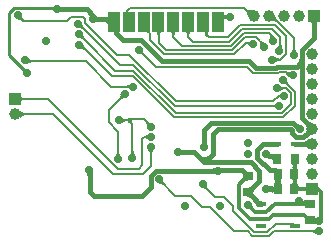
<source format=gbl>
G04*
G04 #@! TF.GenerationSoftware,Altium Limited,Altium Designer,19.0.10 (269)*
G04*
G04 Layer_Physical_Order=2*
G04 Layer_Color=16711680*
%FSLAX44Y44*%
%MOMM*%
G71*
G01*
G75*
%ADD13R,0.8000X0.9000*%
%ADD14R,0.9000X0.8000*%
%ADD18R,0.7000X0.9000*%
%ADD20O,0.9500X0.3800*%
%ADD21R,0.9500X0.3800*%
%ADD30C,0.2032*%
%ADD31C,0.1778*%
%ADD32C,0.3810*%
%ADD34R,1.0000X1.0000*%
%ADD35C,1.0000*%
%ADD36R,1.0000X1.0000*%
%ADD37C,0.7000*%
%ADD38R,1.0000X1.7000*%
%ADD39R,0.6500X0.4000*%
%ADD40C,0.2286*%
%ADD41C,0.3048*%
G36*
X773477Y-3153D02*
X773627Y-3246D01*
X773808Y-3328D01*
X774017Y-3399D01*
X774256Y-3459D01*
X774525Y-3508D01*
X774822Y-3546D01*
X775506Y-3589D01*
X775892Y-3595D01*
Y-7405D01*
X775506Y-7410D01*
X774525Y-7492D01*
X774256Y-7541D01*
X774017Y-7601D01*
X773808Y-7672D01*
X773627Y-7754D01*
X773477Y-7846D01*
X773355Y-7950D01*
Y-3050D01*
X773477Y-3153D01*
D02*
G37*
G36*
X831019Y-6970D02*
X831064Y-7576D01*
X831091Y-7724D01*
X831124Y-7846D01*
X831163Y-7940D01*
X831208Y-8007D01*
X831259Y-8048D01*
X831316Y-8061D01*
X828684D01*
X828741Y-8048D01*
X828792Y-8007D01*
X828837Y-7940D01*
X828876Y-7846D01*
X828909Y-7724D01*
X828936Y-7576D01*
X828957Y-7401D01*
X828981Y-6970D01*
X828984Y-6714D01*
X831016D01*
X831019Y-6970D01*
D02*
G37*
G36*
X914123Y-14185D02*
X913929Y-13963D01*
X913718Y-13764D01*
X913493Y-13589D01*
X913252Y-13437D01*
X912996Y-13308D01*
X912724Y-13203D01*
X912675Y-13189D01*
X912477Y-13270D01*
X912295Y-13382D01*
X912152Y-13514D01*
X912051Y-13666D01*
X911990Y-13839D01*
X911970Y-14032D01*
Y-13045D01*
X911817Y-13028D01*
X911484Y-13016D01*
Y-10984D01*
X911817Y-10972D01*
X911970Y-10955D01*
Y-9968D01*
X911990Y-10161D01*
X912051Y-10334D01*
X912152Y-10486D01*
X912295Y-10618D01*
X912477Y-10730D01*
X912675Y-10811D01*
X912724Y-10797D01*
X912996Y-10692D01*
X913252Y-10563D01*
X913493Y-10411D01*
X913718Y-10236D01*
X913929Y-10037D01*
X914123Y-9815D01*
Y-14185D01*
D02*
G37*
G36*
X802678Y-10503D02*
X798090Y-11349D01*
X798152Y-11236D01*
X798177Y-11104D01*
X798166Y-10954D01*
X798117Y-10786D01*
X798031Y-10599D01*
X797909Y-10394D01*
X797750Y-10170D01*
X797554Y-9927D01*
X797051Y-9388D01*
X800244Y-7193D01*
X802678Y-10503D01*
D02*
G37*
G36*
X932278Y-5802D02*
X932620Y-6029D01*
X932994Y-6209D01*
X933398Y-6343D01*
X933834Y-6431D01*
X934301Y-6473D01*
X934799Y-6468D01*
X935328Y-6418D01*
X935888Y-6321D01*
X936479Y-6178D01*
X932952Y-12224D01*
X932759Y-11493D01*
X931964Y-9110D01*
X931760Y-8650D01*
X931553Y-8245D01*
X931343Y-7893D01*
X931131Y-7596D01*
X930917Y-7354D01*
X931966Y-5529D01*
X932278Y-5802D01*
D02*
G37*
G36*
X814061Y-19607D02*
X814034Y-19323D01*
X813952Y-19011D01*
X813816Y-18672D01*
X813625Y-18306D01*
X813380Y-17912D01*
X813080Y-17491D01*
X812317Y-16565D01*
X811854Y-16062D01*
X811336Y-15531D01*
X813339Y-12145D01*
X813476Y-12268D01*
X813599Y-12348D01*
X813707Y-12386D01*
X813801Y-12381D01*
X813880Y-12333D01*
X813945Y-12243D01*
X813996Y-12110D01*
X814032Y-11934D01*
X814054Y-11715D01*
X814061Y-11454D01*
Y-19607D01*
D02*
G37*
G36*
X831030Y-9858D02*
X831073Y-10163D01*
X831145Y-10465D01*
X831245Y-10764D01*
X831375Y-11060D01*
X831532Y-11354D01*
X831719Y-11645D01*
X831934Y-11933D01*
X832178Y-12218D01*
X832450Y-12500D01*
X827550D01*
X827822Y-12218D01*
X828066Y-11933D01*
X828281Y-11645D01*
X828468Y-11354D01*
X828625Y-11060D01*
X828755Y-10764D01*
X828855Y-10465D01*
X828927Y-10163D01*
X828970Y-9858D01*
X828984Y-9551D01*
X831016D01*
X831030Y-9858D01*
D02*
G37*
G36*
X741513Y-11307D02*
X741507Y-11668D01*
X741527Y-12013D01*
X741575Y-12342D01*
X741650Y-12656D01*
X741752Y-12953D01*
X741882Y-13234D01*
X742038Y-13499D01*
X742223Y-13748D01*
X742434Y-13981D01*
X740826Y-15247D01*
X740606Y-15045D01*
X740365Y-14860D01*
X740104Y-14691D01*
X739823Y-14539D01*
X739522Y-14404D01*
X739201Y-14286D01*
X738859Y-14185D01*
X738498Y-14100D01*
X738116Y-14032D01*
X737714Y-13981D01*
X741547Y-10929D01*
X741513Y-11307D01*
D02*
G37*
G36*
X803478Y-11146D02*
X803629Y-11238D01*
X803809Y-11320D01*
X804019Y-11391D01*
X804258Y-11451D01*
X804526Y-11500D01*
X804824Y-11538D01*
X805508Y-11582D01*
X805893Y-11587D01*
Y-15397D01*
X805508Y-15403D01*
X804526Y-15484D01*
X804258Y-15533D01*
X804019Y-15593D01*
X803809Y-15664D01*
X803629Y-15746D01*
X803478Y-15839D01*
X803357Y-15942D01*
Y-11042D01*
X803478Y-11146D01*
D02*
G37*
G36*
X955521Y-10323D02*
X956399Y-12716D01*
X956613Y-13173D01*
X957034Y-13918D01*
X957241Y-14206D01*
X957445Y-14437D01*
X956460Y-16326D01*
X956146Y-16051D01*
X955803Y-15825D01*
X955431Y-15647D01*
X955030Y-15518D01*
X954600Y-15438D01*
X954140Y-15406D01*
X953652Y-15423D01*
X953134Y-15489D01*
X952588Y-15603D01*
X952012Y-15766D01*
X955295Y-9584D01*
X955521Y-10323D01*
D02*
G37*
G36*
X992048Y-16008D02*
X991724Y-16122D01*
X991439Y-16312D01*
X991191Y-16579D01*
X990981Y-16922D01*
X990810Y-17341D01*
X990676Y-17836D01*
X990581Y-18408D01*
X990524Y-19056D01*
X990505Y-19779D01*
X986695D01*
X986676Y-19056D01*
X986619Y-18408D01*
X986524Y-17836D01*
X986390Y-17341D01*
X986219Y-16922D01*
X986009Y-16579D01*
X985762Y-16312D01*
X985476Y-16122D01*
X985152Y-16008D01*
X984790Y-15970D01*
X992410D01*
X992048Y-16008D01*
D02*
G37*
G36*
X792357Y-17976D02*
X792526Y-18721D01*
X792634Y-19062D01*
X792757Y-19384D01*
X792896Y-19684D01*
X793050Y-19965D01*
X793220Y-20224D01*
X793405Y-20464D01*
X793606Y-20683D01*
X792379Y-22329D01*
X792145Y-22117D01*
X791896Y-21933D01*
X791631Y-21778D01*
X791350Y-21651D01*
X791054Y-21552D01*
X790743Y-21481D01*
X790416Y-21439D01*
X790074Y-21425D01*
X789716Y-21440D01*
X789342Y-21483D01*
X792296Y-17573D01*
X792357Y-17976D01*
D02*
G37*
G36*
X898969Y-24958D02*
X898821Y-25016D01*
X898690Y-25112D01*
X898577Y-25246D01*
X898481Y-25419D01*
X898402Y-25630D01*
X898341Y-25879D01*
X898298Y-26167D01*
X898271Y-26493D01*
X898263Y-26858D01*
X896231D01*
X896222Y-26493D01*
X896196Y-26167D01*
X896152Y-25879D01*
X896091Y-25630D01*
X896013Y-25419D01*
X895917Y-25246D01*
X895803Y-25112D01*
X895673Y-25016D01*
X895524Y-24958D01*
X895359Y-24939D01*
X899135D01*
X898969Y-24958D01*
D02*
G37*
G36*
X883696Y-24960D02*
X883523Y-25022D01*
X883371Y-25125D01*
X883239Y-25269D01*
X883127Y-25455D01*
X883036Y-25682D01*
X882965Y-25950D01*
X882914Y-26259D01*
X882883Y-26610D01*
X882873Y-27002D01*
X880841D01*
X880831Y-26610D01*
X880800Y-26259D01*
X880750Y-25950D01*
X880679Y-25682D01*
X880587Y-25455D01*
X880475Y-25269D01*
X880343Y-25125D01*
X880191Y-25022D01*
X880018Y-24960D01*
X879825Y-24939D01*
X883889D01*
X883696Y-24960D01*
D02*
G37*
G36*
X871125D02*
X870952Y-25022D01*
X870799Y-25125D01*
X870667Y-25269D01*
X870556Y-25455D01*
X870464Y-25682D01*
X870393Y-25950D01*
X870342Y-26259D01*
X870312Y-26610D01*
X870302Y-27002D01*
X868270D01*
X868260Y-26610D01*
X868229Y-26259D01*
X868178Y-25950D01*
X868107Y-25682D01*
X868016Y-25455D01*
X867904Y-25269D01*
X867772Y-25125D01*
X867619Y-25022D01*
X867447Y-24960D01*
X867254Y-24939D01*
X871318D01*
X871125Y-24960D01*
D02*
G37*
G36*
X858696D02*
X858523Y-25022D01*
X858371Y-25125D01*
X858239Y-25269D01*
X858127Y-25455D01*
X858036Y-25682D01*
X857965Y-25950D01*
X857914Y-26259D01*
X857883Y-26610D01*
X857873Y-27002D01*
X855841D01*
X855831Y-26610D01*
X855800Y-26259D01*
X855750Y-25950D01*
X855679Y-25682D01*
X855587Y-25455D01*
X855475Y-25269D01*
X855343Y-25125D01*
X855191Y-25022D01*
X855018Y-24960D01*
X854825Y-24939D01*
X858889D01*
X858696Y-24960D01*
D02*
G37*
G36*
X955463Y-29206D02*
X950959Y-29449D01*
X951140Y-29254D01*
X951276Y-29052D01*
X951366Y-28844D01*
X951409Y-28630D01*
X951407Y-28410D01*
X951359Y-28184D01*
X951264Y-27951D01*
X951124Y-27712D01*
X950938Y-27466D01*
X950706Y-27214D01*
X952663Y-26297D01*
X955463Y-29206D01*
D02*
G37*
G36*
X793014Y-26882D02*
X793050Y-27258D01*
X793107Y-27615D01*
X793186Y-27954D01*
X793286Y-28273D01*
X793407Y-28575D01*
X793549Y-28857D01*
X793713Y-29121D01*
X793898Y-29366D01*
X794105Y-29592D01*
X792697Y-31059D01*
X792469Y-30851D01*
X792222Y-30666D01*
X791958Y-30504D01*
X791675Y-30365D01*
X791375Y-30250D01*
X791056Y-30158D01*
X790720Y-30088D01*
X790366Y-30042D01*
X789994Y-30019D01*
X789603Y-30020D01*
X793000Y-26488D01*
X793014Y-26882D01*
D02*
G37*
G36*
X944196Y-32457D02*
X944432Y-32642D01*
X944688Y-32814D01*
X944966Y-32974D01*
X945266Y-33121D01*
X945586Y-33255D01*
X945927Y-33377D01*
X946673Y-33581D01*
X947078Y-33665D01*
X943012Y-36400D01*
X943074Y-36036D01*
X943104Y-35687D01*
X943104Y-35351D01*
X943074Y-35030D01*
X943013Y-34723D01*
X942921Y-34431D01*
X942799Y-34152D01*
X942646Y-33888D01*
X942463Y-33637D01*
X942249Y-33401D01*
X943981Y-32259D01*
X944196Y-32457D01*
D02*
G37*
G36*
X933754Y-36534D02*
X933612Y-36224D01*
X933449Y-35947D01*
X933266Y-35702D01*
X933062Y-35490D01*
X932839Y-35311D01*
X932594Y-35164D01*
X932329Y-35050D01*
X932044Y-34969D01*
X931739Y-34920D01*
X931413Y-34903D01*
X932304Y-32871D01*
X932569Y-32863D01*
X932849Y-32837D01*
X933144Y-32793D01*
X933778Y-32654D01*
X934117Y-32559D01*
X935223Y-32168D01*
X935621Y-32004D01*
X933754Y-36534D01*
D02*
G37*
G36*
X960887Y-35842D02*
X960896Y-36105D01*
X960921Y-36384D01*
X961022Y-36986D01*
X961098Y-37311D01*
X961301Y-38005D01*
X961572Y-38761D01*
X961732Y-39162D01*
X957225Y-37240D01*
X957535Y-37102D01*
X957812Y-36943D01*
X958056Y-36763D01*
X958268Y-36563D01*
X958448Y-36341D01*
X958594Y-36098D01*
X958708Y-35835D01*
X958790Y-35550D01*
X958839Y-35245D01*
X958855Y-34918D01*
X960887Y-35842D01*
D02*
G37*
G36*
X793000Y-35036D02*
X793249Y-35780D01*
X793388Y-36120D01*
X793692Y-36733D01*
X793858Y-37007D01*
X794033Y-37259D01*
X794217Y-37490D01*
X794410Y-37698D01*
X793377Y-39539D01*
X793138Y-39323D01*
X792887Y-39141D01*
X792624Y-38991D01*
X792349Y-38875D01*
X792061Y-38792D01*
X791760Y-38742D01*
X791448Y-38725D01*
X791122Y-38741D01*
X790785Y-38790D01*
X790435Y-38872D01*
X792889Y-34631D01*
X793000Y-35036D01*
D02*
G37*
G36*
X972530Y-38858D02*
X972573Y-39163D01*
X972645Y-39465D01*
X972745Y-39764D01*
X972875Y-40060D01*
X973032Y-40354D01*
X973219Y-40645D01*
X973434Y-40933D01*
X973678Y-41218D01*
X973950Y-41501D01*
X969050D01*
X969322Y-41218D01*
X969566Y-40933D01*
X969781Y-40645D01*
X969968Y-40354D01*
X970126Y-40060D01*
X970255Y-39764D01*
X970355Y-39465D01*
X970427Y-39163D01*
X970470Y-38858D01*
X970484Y-38551D01*
X972516D01*
X972530Y-38858D01*
D02*
G37*
G36*
X843504Y-39938D02*
X843532Y-40311D01*
X843583Y-40667D01*
X843656Y-41004D01*
X843752Y-41323D01*
X843869Y-41624D01*
X844010Y-41907D01*
X844172Y-42171D01*
X844357Y-42417D01*
X844565Y-42645D01*
X843123Y-44077D01*
X842896Y-43870D01*
X842650Y-43685D01*
X842386Y-43522D01*
X842104Y-43381D01*
X841803Y-43262D01*
X841483Y-43165D01*
X841146Y-43091D01*
X840790Y-43038D01*
X840415Y-43008D01*
X840023Y-43000D01*
X843498Y-39546D01*
X843504Y-39938D01*
D02*
G37*
G36*
X955756Y-45792D02*
X956044Y-46034D01*
X956335Y-46247D01*
X956629Y-46432D01*
X956924Y-46588D01*
X957222Y-46716D01*
X957522Y-46816D01*
X957824Y-46887D01*
X958128Y-46930D01*
X958435Y-46944D01*
X958459Y-48976D01*
X958151Y-48990D01*
X957846Y-49034D01*
X957545Y-49106D01*
X957246Y-49207D01*
X956951Y-49337D01*
X956659Y-49496D01*
X956371Y-49684D01*
X956086Y-49901D01*
X955804Y-50146D01*
X955526Y-50421D01*
X955469Y-45521D01*
X955756Y-45792D01*
D02*
G37*
G36*
X747273Y-47174D02*
X747467Y-47449D01*
X747678Y-47691D01*
X747904Y-47902D01*
X748147Y-48080D01*
X748405Y-48225D01*
X748680Y-48338D01*
X748970Y-48419D01*
X749276Y-48468D01*
X749598Y-48484D01*
X748960Y-50516D01*
X748679Y-50526D01*
X748388Y-50558D01*
X748087Y-50610D01*
X747776Y-50683D01*
X747455Y-50778D01*
X746781Y-51028D01*
X746429Y-51185D01*
X745694Y-51562D01*
X747094Y-46866D01*
X747273Y-47174D01*
D02*
G37*
G36*
X980500Y-48905D02*
X976690Y-57314D01*
X976673Y-56608D01*
X976620Y-56012D01*
X976533Y-55528D01*
X976410Y-55155D01*
X976253Y-54894D01*
X976061Y-54743D01*
X975834Y-54703D01*
X975571Y-54775D01*
X975274Y-54958D01*
X974942Y-55252D01*
X973996Y-50810D01*
X974508Y-50260D01*
X974966Y-49688D01*
X975370Y-49093D01*
X975720Y-48476D01*
X976016Y-47837D01*
X976259Y-47175D01*
X976448Y-46491D01*
X976582Y-45785D01*
X976663Y-45057D01*
X976690Y-44306D01*
X980500Y-48905D01*
D02*
G37*
G36*
X742578Y-54812D02*
X742829Y-55007D01*
X743093Y-55178D01*
X743371Y-55327D01*
X743662Y-55452D01*
X743967Y-55553D01*
X744285Y-55631D01*
X744617Y-55686D01*
X744963Y-55718D01*
X745322Y-55725D01*
X741857Y-59190D01*
X741849Y-58831D01*
X741818Y-58485D01*
X741763Y-58154D01*
X741685Y-57835D01*
X741583Y-57530D01*
X741458Y-57239D01*
X741310Y-56961D01*
X741138Y-56697D01*
X740943Y-56446D01*
X740725Y-56210D01*
X742341Y-54593D01*
X742578Y-54812D01*
D02*
G37*
G36*
X965871Y-58412D02*
X966119Y-58595D01*
X966366Y-58734D01*
X966612Y-58828D01*
X966858Y-58879D01*
X967104Y-58885D01*
X967349Y-58848D01*
X967593Y-58767D01*
X967837Y-58642D01*
X968081Y-58472D01*
X967264Y-63059D01*
X967134Y-62860D01*
X966781Y-62393D01*
X966304Y-61830D01*
X964570Y-60007D01*
X965623Y-58186D01*
X965871Y-58412D01*
D02*
G37*
G36*
X965532Y-65082D02*
X965677Y-65824D01*
X965775Y-66165D01*
X965891Y-66486D01*
X966024Y-66788D01*
X966175Y-67069D01*
X966343Y-67330D01*
X966528Y-67572D01*
X966731Y-67793D01*
X965447Y-69383D01*
X965215Y-69172D01*
X964966Y-68988D01*
X964701Y-68831D01*
X964420Y-68700D01*
X964122Y-68596D01*
X963808Y-68519D01*
X963478Y-68469D01*
X963131Y-68445D01*
X962768Y-68448D01*
X962389Y-68478D01*
X965485Y-64681D01*
X965532Y-65082D01*
D02*
G37*
G36*
X832989Y-73439D02*
X832708Y-73165D01*
X832424Y-72921D01*
X832138Y-72705D01*
X831848Y-72518D01*
X831555Y-72360D01*
X831259Y-72230D01*
X830960Y-72129D01*
X830658Y-72057D01*
X830354Y-72014D01*
X830046Y-72000D01*
X830056Y-69968D01*
X830363Y-69954D01*
X830667Y-69911D01*
X830969Y-69839D01*
X831269Y-69739D01*
X831566Y-69611D01*
X831860Y-69453D01*
X832152Y-69268D01*
X832441Y-69053D01*
X832728Y-68810D01*
X833012Y-68539D01*
X832989Y-73439D01*
D02*
G37*
G36*
X959780Y-70322D02*
X960065Y-70566D01*
X960353Y-70781D01*
X960644Y-70968D01*
X960938Y-71125D01*
X961234Y-71254D01*
X961533Y-71355D01*
X961835Y-71427D01*
X962140Y-71469D01*
X962447Y-71484D01*
Y-73516D01*
X962140Y-73530D01*
X961835Y-73573D01*
X961533Y-73645D01*
X961234Y-73745D01*
X960938Y-73874D01*
X960644Y-74032D01*
X960353Y-74219D01*
X960065Y-74434D01*
X959780Y-74677D01*
X959498Y-74950D01*
Y-70050D01*
X959780Y-70322D01*
D02*
G37*
G36*
X959702Y-80176D02*
X959679Y-80145D01*
X959635Y-80118D01*
X959568Y-80094D01*
X959480Y-80073D01*
X959370Y-80056D01*
X959084Y-80030D01*
X958710Y-80017D01*
X958490Y-80016D01*
Y-77984D01*
X958710Y-77982D01*
X959480Y-77926D01*
X959568Y-77906D01*
X959635Y-77881D01*
X959679Y-77854D01*
X959702Y-77824D01*
Y-80176D01*
D02*
G37*
G36*
X828319Y-80485D02*
X827918Y-80532D01*
X827175Y-80676D01*
X826834Y-80775D01*
X826513Y-80891D01*
X826212Y-81024D01*
X825930Y-81175D01*
X825669Y-81343D01*
X825427Y-81528D01*
X825206Y-81731D01*
X823616Y-80447D01*
X823827Y-80214D01*
X824012Y-79966D01*
X824169Y-79700D01*
X824300Y-79419D01*
X824404Y-79121D01*
X824481Y-78807D01*
X824531Y-78477D01*
X824555Y-78130D01*
X824551Y-77768D01*
X824522Y-77388D01*
X828319Y-80485D01*
D02*
G37*
G36*
X740460Y-79662D02*
X740521Y-79835D01*
X740625Y-79987D01*
X740769Y-80119D01*
X740955Y-80231D01*
X741181Y-80323D01*
X741450Y-80394D01*
X741759Y-80444D01*
X742110Y-80475D01*
X742502Y-80485D01*
Y-82517D01*
X742110Y-82527D01*
X741759Y-82558D01*
X741450Y-82608D01*
X741181Y-82680D01*
X740955Y-82771D01*
X740769Y-82883D01*
X740625Y-83015D01*
X740521Y-83167D01*
X740460Y-83340D01*
X740439Y-83533D01*
Y-79469D01*
X740460Y-79662D01*
D02*
G37*
G36*
X739552Y-91173D02*
X740483Y-91968D01*
X740931Y-92291D01*
X741369Y-92564D01*
X741796Y-92788D01*
X742213Y-92962D01*
X742618Y-93086D01*
X743012Y-93160D01*
X743396Y-93185D01*
Y-95217D01*
X743012Y-95242D01*
X742618Y-95316D01*
X742213Y-95441D01*
X741796Y-95615D01*
X741369Y-95838D01*
X740931Y-96111D01*
X740483Y-96434D01*
X740023Y-96807D01*
X739071Y-97701D01*
Y-90701D01*
X739552Y-91173D01*
D02*
G37*
G36*
X835098Y-99629D02*
X834726Y-99643D01*
X834424Y-99686D01*
X834191Y-99758D01*
X834027Y-99859D01*
X833933Y-99988D01*
X833908Y-100146D01*
X833952Y-100333D01*
X834066Y-100548D01*
X834250Y-100793D01*
X834502Y-101066D01*
X832049Y-101486D01*
X831301Y-100769D01*
X830930Y-100451D01*
X830782Y-100340D01*
X830659Y-100262D01*
X830562Y-100215D01*
X830490Y-100201D01*
X830444Y-100218D01*
X830613Y-98613D01*
X835098Y-99629D01*
D02*
G37*
G36*
X825782Y-97323D02*
X826067Y-97566D01*
X826355Y-97781D01*
X826646Y-97968D01*
X826940Y-98125D01*
X827236Y-98255D01*
X827535Y-98355D01*
X827837Y-98427D01*
X828142Y-98470D01*
X828449Y-98484D01*
Y-100516D01*
X828142Y-100530D01*
X827837Y-100573D01*
X827535Y-100645D01*
X827236Y-100745D01*
X826940Y-100875D01*
X826646Y-101032D01*
X826355Y-101219D01*
X826067Y-101434D01*
X825782Y-101678D01*
X825499Y-101950D01*
Y-97050D01*
X825782Y-97323D01*
D02*
G37*
G36*
X847593Y-100636D02*
X847839Y-100821D01*
X848103Y-100983D01*
X848385Y-101124D01*
X848686Y-101242D01*
X849005Y-101338D01*
X849343Y-101412D01*
X849698Y-101464D01*
X850073Y-101493D01*
X850465Y-101500D01*
X847000Y-104965D01*
X846993Y-104573D01*
X846964Y-104199D01*
X846912Y-103843D01*
X846838Y-103505D01*
X846742Y-103186D01*
X846624Y-102885D01*
X846483Y-102603D01*
X846321Y-102339D01*
X846136Y-102093D01*
X845928Y-101865D01*
X847365Y-100428D01*
X847593Y-100636D01*
D02*
G37*
G36*
X983915Y-100087D02*
X984277Y-100390D01*
X984649Y-100662D01*
X985031Y-100905D01*
X985422Y-101117D01*
X985823Y-101299D01*
X986234Y-101451D01*
X986655Y-101573D01*
X987085Y-101666D01*
X987526Y-101728D01*
X982039Y-106075D01*
X982074Y-105643D01*
X982067Y-105219D01*
X982019Y-104802D01*
X981930Y-104394D01*
X981799Y-103994D01*
X981628Y-103601D01*
X981415Y-103217D01*
X981161Y-102840D01*
X980866Y-102471D01*
X980530Y-102111D01*
X983563Y-99755D01*
X983915Y-100087D01*
D02*
G37*
G36*
X848000Y-115950D02*
X847718Y-115677D01*
X847433Y-115434D01*
X847145Y-115219D01*
X846854Y-115032D01*
X846560Y-114874D01*
X846264Y-114745D01*
X845965Y-114645D01*
X845663Y-114573D01*
X845358Y-114530D01*
X845051Y-114516D01*
Y-112484D01*
X845358Y-112470D01*
X845663Y-112427D01*
X845965Y-112355D01*
X846264Y-112255D01*
X846560Y-112126D01*
X846854Y-111968D01*
X847145Y-111781D01*
X847433Y-111566D01*
X847718Y-111322D01*
X848000Y-111050D01*
Y-115950D01*
D02*
G37*
G36*
X897409Y-117349D02*
X897490Y-118331D01*
X897540Y-118599D01*
X897599Y-118838D01*
X897670Y-119048D01*
X897752Y-119228D01*
X897845Y-119379D01*
X897948Y-119500D01*
X893048D01*
X893152Y-119379D01*
X893244Y-119228D01*
X893326Y-119048D01*
X893397Y-118838D01*
X893457Y-118599D01*
X893506Y-118331D01*
X893544Y-118033D01*
X893588Y-117349D01*
X893593Y-116964D01*
X897403D01*
X897409Y-117349D01*
D02*
G37*
G36*
X975258Y-117443D02*
X975372Y-117454D01*
X975829Y-117472D01*
X979029Y-117495D01*
Y-121305D01*
X975219Y-121369D01*
Y-117430D01*
X975258Y-117443D01*
D02*
G37*
G36*
X953781Y-121369D02*
X953742Y-121357D01*
X953628Y-121346D01*
X953171Y-121328D01*
X949970Y-121305D01*
Y-117495D01*
X953781Y-117430D01*
Y-121369D01*
D02*
G37*
G36*
X983429Y-122900D02*
X983107Y-122597D01*
X982767Y-122326D01*
X982408Y-122086D01*
X982030Y-121879D01*
X981635Y-121704D01*
X981220Y-121560D01*
X980787Y-121449D01*
X980336Y-121369D01*
X979866Y-121321D01*
X979377Y-121305D01*
Y-117495D01*
X979866Y-117479D01*
X980336Y-117431D01*
X980787Y-117351D01*
X981220Y-117240D01*
X981635Y-117096D01*
X982030Y-116921D01*
X982408Y-116713D01*
X982767Y-116474D01*
X983107Y-116203D01*
X983429Y-115900D01*
Y-122900D01*
D02*
G37*
G36*
X852458Y-124782D02*
X852215Y-125067D01*
X852000Y-125355D01*
X851813Y-125646D01*
X851656Y-125940D01*
X851526Y-126236D01*
X851426Y-126535D01*
X851354Y-126837D01*
X851311Y-127142D01*
X851297Y-127449D01*
X849265D01*
X849251Y-127142D01*
X849208Y-126837D01*
X849136Y-126535D01*
X849036Y-126236D01*
X848906Y-125940D01*
X848749Y-125646D01*
X848562Y-125355D01*
X848347Y-125067D01*
X848103Y-124782D01*
X847831Y-124500D01*
X852731D01*
X852458Y-124782D01*
D02*
G37*
G36*
X835738Y-125858D02*
X835781Y-126163D01*
X835853Y-126465D01*
X835953Y-126764D01*
X836082Y-127060D01*
X836240Y-127354D01*
X836426Y-127645D01*
X836641Y-127933D01*
X836885Y-128218D01*
X837157Y-128500D01*
X832257D01*
X832530Y-128218D01*
X832774Y-127933D01*
X832989Y-127645D01*
X833175Y-127354D01*
X833333Y-127060D01*
X833462Y-126764D01*
X833562Y-126465D01*
X833634Y-126163D01*
X833677Y-125858D01*
X833691Y-125551D01*
X835723D01*
X835738Y-125858D01*
D02*
G37*
G36*
X875621Y-124153D02*
X875772Y-124246D01*
X875952Y-124328D01*
X876162Y-124399D01*
X876401Y-124459D01*
X876669Y-124508D01*
X876967Y-124546D01*
X877650Y-124590D01*
X878036Y-124595D01*
Y-128405D01*
X877650Y-128411D01*
X876669Y-128492D01*
X876401Y-128541D01*
X876162Y-128601D01*
X875952Y-128672D01*
X875772Y-128754D01*
X875621Y-128847D01*
X875499Y-128950D01*
Y-124050D01*
X875621Y-124153D01*
D02*
G37*
G36*
X823530Y-126958D02*
X823573Y-127263D01*
X823645Y-127565D01*
X823745Y-127864D01*
X823875Y-128160D01*
X824032Y-128454D01*
X824219Y-128745D01*
X824434Y-129033D01*
X824678Y-129318D01*
X824950Y-129600D01*
X820050D01*
X820322Y-129318D01*
X820566Y-129033D01*
X820781Y-128745D01*
X820968Y-128454D01*
X821125Y-128160D01*
X821255Y-127864D01*
X821355Y-127565D01*
X821427Y-127263D01*
X821470Y-126958D01*
X821484Y-126651D01*
X823516D01*
X823530Y-126958D01*
D02*
G37*
G36*
X902701Y-130309D02*
X902228Y-130821D01*
X901884Y-131279D01*
X901670Y-131683D01*
X901587Y-132033D01*
X901633Y-132330D01*
X901810Y-132572D01*
X902117Y-132761D01*
X902554Y-132895D01*
X903120Y-132976D01*
X903817Y-133003D01*
X895408Y-134908D01*
X892714Y-129520D01*
X893253Y-130005D01*
X893792Y-130382D01*
X894331Y-130652D01*
X894870Y-130813D01*
X895408Y-130867D01*
X895947Y-130813D01*
X896486Y-130652D01*
X897025Y-130382D01*
X897564Y-130005D01*
X898102Y-129520D01*
X902701Y-130309D01*
D02*
G37*
G36*
X950959Y-127331D02*
X951048Y-127452D01*
X951174Y-127558D01*
X951338Y-127650D01*
X951538Y-127729D01*
X951776Y-127792D01*
X951929Y-127820D01*
X953385Y-127730D01*
X953494Y-127683D01*
X953531Y-127631D01*
X953561Y-133438D01*
X953523Y-133111D01*
X953412Y-132818D01*
X953228Y-132560D01*
X952971Y-132336D01*
X952642Y-132146D01*
X952240Y-131991D01*
X951765Y-131871D01*
X951217Y-131785D01*
X950597Y-131733D01*
X949903Y-131716D01*
Y-131465D01*
X948548Y-131339D01*
X949903Y-128959D01*
Y-127906D01*
X950504Y-127903D01*
X950907Y-127197D01*
X950959Y-127331D01*
D02*
G37*
G36*
X974758Y-136570D02*
X974499Y-136662D01*
X974271Y-136816D01*
X974073Y-137032D01*
X973905Y-137309D01*
X973768Y-137647D01*
X973661Y-138048D01*
X973620Y-138300D01*
X973661Y-138553D01*
X973768Y-138953D01*
X973905Y-139291D01*
X974073Y-139568D01*
X974271Y-139784D01*
X974499Y-139938D01*
X974758Y-140030D01*
X975048Y-140061D01*
X968952D01*
X969241Y-140030D01*
X969501Y-139938D01*
X969729Y-139784D01*
X969927Y-139568D01*
X970095Y-139291D01*
X970232Y-138953D01*
X970339Y-138553D01*
X970380Y-138300D01*
X970339Y-138048D01*
X970232Y-137647D01*
X970095Y-137309D01*
X969927Y-137032D01*
X969729Y-136816D01*
X969501Y-136662D01*
X969241Y-136570D01*
X968952Y-136539D01*
X975048D01*
X974758Y-136570D01*
D02*
G37*
G36*
X909738Y-139290D02*
X909883Y-139354D01*
X910058Y-139410D01*
X910264Y-139459D01*
X910500Y-139501D01*
X911066Y-139561D01*
X911753Y-139591D01*
X912143Y-139595D01*
X912806Y-143405D01*
X912421Y-143412D01*
X911744Y-143465D01*
X911450Y-143511D01*
X911187Y-143571D01*
X910954Y-143644D01*
X910751Y-143730D01*
X910578Y-143829D01*
X910436Y-143942D01*
X910324Y-144068D01*
X909624Y-139218D01*
X909738Y-139290D01*
D02*
G37*
G36*
X905001Y-144450D02*
X904879Y-144346D01*
X904728Y-144254D01*
X904548Y-144172D01*
X904338Y-144101D01*
X904099Y-144041D01*
X903831Y-143992D01*
X903533Y-143954D01*
X902850Y-143911D01*
X902464Y-143905D01*
Y-140095D01*
X902850Y-140090D01*
X903831Y-140008D01*
X904099Y-139959D01*
X904338Y-139899D01*
X904548Y-139828D01*
X904728Y-139746D01*
X904879Y-139654D01*
X905001Y-139550D01*
Y-144450D01*
D02*
G37*
G36*
X953531Y-140030D02*
X953561Y-144559D01*
X953533Y-144417D01*
X953452Y-144290D01*
X953317Y-144177D01*
X953129Y-144080D01*
X952887Y-143997D01*
X952592Y-143930D01*
X952243Y-143877D01*
X951841Y-143840D01*
X950876Y-143810D01*
Y-140000D01*
X953531Y-140030D01*
D02*
G37*
G36*
X800710Y-143738D02*
X800646Y-143883D01*
X800590Y-144058D01*
X800541Y-144264D01*
X800499Y-144501D01*
X800439Y-145065D01*
X800409Y-145753D01*
X800405Y-146143D01*
X796595Y-146806D01*
X796588Y-146421D01*
X796535Y-145744D01*
X796489Y-145450D01*
X796429Y-145187D01*
X796356Y-144954D01*
X796270Y-144751D01*
X796171Y-144579D01*
X796058Y-144436D01*
X795932Y-144324D01*
X800782Y-143624D01*
X800710Y-143738D01*
D02*
G37*
G36*
X932841Y-150439D02*
X932573Y-150303D01*
X932246Y-150269D01*
X931858Y-150339D01*
X931409Y-150511D01*
X930901Y-150786D01*
X930332Y-151164D01*
X929703Y-151644D01*
X928263Y-152914D01*
X927453Y-153702D01*
X925875Y-150969D01*
X926504Y-150319D01*
X927488Y-149165D01*
X927844Y-148661D01*
X928108Y-148206D01*
X928281Y-147799D01*
X928363Y-147441D01*
X928353Y-147132D01*
X928253Y-146871D01*
X928061Y-146659D01*
X932841Y-150439D01*
D02*
G37*
G36*
X974758Y-148970D02*
X974499Y-149062D01*
X974271Y-149216D01*
X974073Y-149432D01*
X973905Y-149709D01*
X973768Y-150047D01*
X973661Y-150448D01*
X973585Y-150909D01*
X973577Y-151000D01*
X973585Y-151091D01*
X973661Y-151552D01*
X973768Y-151953D01*
X973905Y-152291D01*
X974073Y-152568D01*
X974271Y-152784D01*
X974499Y-152938D01*
X974758Y-153030D01*
X975048Y-153061D01*
X968952D01*
X969241Y-153030D01*
X969501Y-152938D01*
X969729Y-152784D01*
X969927Y-152568D01*
X970095Y-152291D01*
X970232Y-151953D01*
X970339Y-151552D01*
X970415Y-151091D01*
X970423Y-151000D01*
X970415Y-150909D01*
X970339Y-150448D01*
X970232Y-150047D01*
X970095Y-149709D01*
X969927Y-149432D01*
X969729Y-149216D01*
X969501Y-149062D01*
X969241Y-148970D01*
X968952Y-148939D01*
X975048D01*
X974758Y-148970D01*
D02*
G37*
G36*
X960948Y-148977D02*
X960624Y-149093D01*
X960338Y-149285D01*
X960091Y-149553D01*
X959881Y-149899D01*
X959710Y-150322D01*
X959576Y-150821D01*
X959547Y-151000D01*
X959576Y-151179D01*
X959710Y-151678D01*
X959881Y-152101D01*
X960091Y-152446D01*
X960338Y-152715D01*
X960624Y-152907D01*
X960948Y-153022D01*
X961310Y-153061D01*
X953690D01*
X954052Y-153022D01*
X954376Y-152907D01*
X954661Y-152715D01*
X954909Y-152446D01*
X955119Y-152101D01*
X955290Y-151678D01*
X955424Y-151179D01*
X955453Y-151000D01*
X955424Y-150821D01*
X955290Y-150322D01*
X955119Y-149899D01*
X954909Y-149553D01*
X954661Y-149285D01*
X954376Y-149093D01*
X954052Y-148977D01*
X953690Y-148939D01*
X961310D01*
X960948Y-148977D01*
D02*
G37*
G36*
X860506Y-149961D02*
X860533Y-150363D01*
X860581Y-150742D01*
X860650Y-151099D01*
X860741Y-151432D01*
X860852Y-151742D01*
X860984Y-152028D01*
X861138Y-152292D01*
X861312Y-152533D01*
X861507Y-152750D01*
X860250Y-154007D01*
X860033Y-153812D01*
X859792Y-153638D01*
X859528Y-153484D01*
X859241Y-153352D01*
X858932Y-153241D01*
X858598Y-153151D01*
X858242Y-153081D01*
X857863Y-153033D01*
X857461Y-153006D01*
X857035Y-153000D01*
X860500Y-149535D01*
X860506Y-149961D01*
D02*
G37*
G36*
X953561Y-161310D02*
X953523Y-160948D01*
X953407Y-160624D01*
X953215Y-160338D01*
X952946Y-160091D01*
X952601Y-159881D01*
X952178Y-159710D01*
X951679Y-159576D01*
X951431Y-159535D01*
X951399Y-159541D01*
X951160Y-159601D01*
X950950Y-159672D01*
X950770Y-159754D01*
X950619Y-159846D01*
X950498Y-159950D01*
Y-159428D01*
X950450Y-159424D01*
X949721Y-159405D01*
Y-155595D01*
X950450Y-155576D01*
X950498Y-155571D01*
Y-155050D01*
X950619Y-155153D01*
X950770Y-155246D01*
X950950Y-155328D01*
X951160Y-155399D01*
X951399Y-155458D01*
X951431Y-155464D01*
X951679Y-155423D01*
X952178Y-155290D01*
X952601Y-155118D01*
X952946Y-154909D01*
X953215Y-154661D01*
X953407Y-154375D01*
X953523Y-154052D01*
X953561Y-153690D01*
Y-161310D01*
D02*
G37*
G36*
X939664Y-156031D02*
X938887Y-156834D01*
X937671Y-158265D01*
X937233Y-158892D01*
X936907Y-159461D01*
X936813Y-159686D01*
X936939Y-159581D01*
X936779Y-159766D01*
X936694Y-159970D01*
X936594Y-160420D01*
X936603Y-160704D01*
X936661Y-160958D01*
X936731Y-161145D01*
X936970Y-161419D01*
X936776Y-161258D01*
X936892Y-161532D01*
X937221Y-162101D01*
X937663Y-162729D01*
X938217Y-163416D01*
X939435Y-164724D01*
X939767Y-165046D01*
X941405Y-166471D01*
X942140Y-167020D01*
X942820Y-167460D01*
X943444Y-167791D01*
X944012Y-168013D01*
X944524Y-168125D01*
X944981Y-168129D01*
X945382Y-168024D01*
X939289Y-170629D01*
X939232Y-170449D01*
X939124Y-170232D01*
X938967Y-169978D01*
X938759Y-169686D01*
X938194Y-168991D01*
X937427Y-168147D01*
X936465Y-167160D01*
X935708Y-166429D01*
X934333Y-165267D01*
X933720Y-164840D01*
X933156Y-164516D01*
X932642Y-164295D01*
X932178Y-164177D01*
X931763Y-164162D01*
X931397Y-164249D01*
X931081Y-164439D01*
X935847Y-160487D01*
X931081Y-156531D01*
X931400Y-156723D01*
X931768Y-156814D01*
X932185Y-156801D01*
X932650Y-156686D01*
X933164Y-156468D01*
X933728Y-156147D01*
X934340Y-155724D01*
X935001Y-155197D01*
X935711Y-154568D01*
X936469Y-153836D01*
X939664Y-156031D01*
D02*
G37*
G36*
X897455Y-154251D02*
X897452Y-154642D01*
X897474Y-155012D01*
X897522Y-155360D01*
X897594Y-155688D01*
X897693Y-155995D01*
X897816Y-156281D01*
X897965Y-156545D01*
X898139Y-156789D01*
X898338Y-157012D01*
X896968Y-158155D01*
X896757Y-157965D01*
X896521Y-157791D01*
X896260Y-157634D01*
X895973Y-157493D01*
X895662Y-157368D01*
X895326Y-157259D01*
X894965Y-157167D01*
X894578Y-157092D01*
X893730Y-156990D01*
X897484Y-153839D01*
X897455Y-154251D01*
D02*
G37*
G36*
X982061Y-160548D02*
X982030Y-160258D01*
X981938Y-159999D01*
X981784Y-159771D01*
X981568Y-159573D01*
X981291Y-159405D01*
X980953Y-159268D01*
X980553Y-159161D01*
X980091Y-159085D01*
X979567Y-159039D01*
X978982Y-159024D01*
Y-155976D01*
X979567Y-155961D01*
X980091Y-155915D01*
X980553Y-155839D01*
X980953Y-155732D01*
X981291Y-155595D01*
X981568Y-155427D01*
X981784Y-155229D01*
X981938Y-155001D01*
X982030Y-154741D01*
X982061Y-154452D01*
Y-160548D01*
D02*
G37*
G36*
X980561Y-168257D02*
X980642Y-168280D01*
X980942Y-168333D01*
X981277Y-168365D01*
X981647Y-168376D01*
X980561Y-169335D01*
Y-172948D01*
X980530Y-172658D01*
X980438Y-172399D01*
X980284Y-172171D01*
X980068Y-171973D01*
X979791Y-171805D01*
X979453Y-171668D01*
X979053Y-171561D01*
X978633Y-171492D01*
X977707Y-171548D01*
X977494Y-171593D01*
X977342Y-171645D01*
X977250Y-171704D01*
X977219Y-171770D01*
Y-171321D01*
X977006Y-171298D01*
X977219Y-170960D01*
Y-168030D01*
X977250Y-168096D01*
X977342Y-168155D01*
X977494Y-168207D01*
X977707Y-168252D01*
X977981Y-168290D01*
X978464Y-168326D01*
X978591Y-168315D01*
X978924Y-168260D01*
X979522Y-167313D01*
X979577Y-167515D01*
X979668Y-167696D01*
X979793Y-167855D01*
X979887Y-167937D01*
X980068Y-167827D01*
X980284Y-167629D01*
X980438Y-167401D01*
X980530Y-167142D01*
X980561Y-166852D01*
Y-168257D01*
D02*
G37*
G36*
X967781Y-171770D02*
X967750Y-171704D01*
X967659Y-171645D01*
X967506Y-171593D01*
X967293Y-171548D01*
X967019Y-171510D01*
X966287Y-171455D01*
X964733Y-171424D01*
Y-168376D01*
X965312Y-168372D01*
X967293Y-168252D01*
X967506Y-168207D01*
X967659Y-168155D01*
X967750Y-168096D01*
X967781Y-168030D01*
Y-171770D01*
D02*
G37*
G36*
X936010Y-171294D02*
X936047Y-171554D01*
X936111Y-171814D01*
X936200Y-172073D01*
X936316Y-172333D01*
X936458Y-172593D01*
X936627Y-172854D01*
X936822Y-173114D01*
X937043Y-173375D01*
X937290Y-173635D01*
X935135Y-175791D01*
X934875Y-175543D01*
X934614Y-175322D01*
X934354Y-175127D01*
X934093Y-174958D01*
X933833Y-174816D01*
X933573Y-174700D01*
X933314Y-174611D01*
X933054Y-174547D01*
X932794Y-174510D01*
X932535Y-174500D01*
X936000Y-171035D01*
X936010Y-171294D01*
D02*
G37*
G36*
X976177Y-177784D02*
X976329Y-177824D01*
X976535Y-177860D01*
X976794Y-177891D01*
X977896Y-177955D01*
X979482Y-177976D01*
Y-181024D01*
X978900Y-181026D01*
X976329Y-181176D01*
X976177Y-181216D01*
X976079Y-181261D01*
Y-177739D01*
X976177Y-177784D01*
D02*
G37*
G36*
X968921Y-181261D02*
X968823Y-181216D01*
X968671Y-181176D01*
X968465Y-181140D01*
X968206Y-181109D01*
X967104Y-181045D01*
X965518Y-181024D01*
Y-177976D01*
X966100Y-177974D01*
X968671Y-177824D01*
X968823Y-177784D01*
X968921Y-177739D01*
Y-181261D01*
D02*
G37*
G36*
X995809Y-180312D02*
X995813Y-180681D01*
X995906Y-181949D01*
X995948Y-182215D01*
X996057Y-182686D01*
X996123Y-182890D01*
X996197Y-183075D01*
X991639Y-181276D01*
X991852Y-181167D01*
X992043Y-181029D01*
X992211Y-180863D01*
X992357Y-180669D01*
X992480Y-180447D01*
X992581Y-180196D01*
X992660Y-179917D01*
X992716Y-179609D01*
X992750Y-179273D01*
X992761Y-178908D01*
X995809Y-180312D01*
D02*
G37*
G36*
X989471Y-182161D02*
X989565Y-182420D01*
X989719Y-182648D01*
X989838Y-182757D01*
X989866Y-182737D01*
X990056Y-182562D01*
X990225Y-182367D01*
X990308Y-183053D01*
X990551Y-183151D01*
X990951Y-183258D01*
X991412Y-183334D01*
X991934Y-183380D01*
X992517Y-183395D01*
Y-186443D01*
X991938Y-186458D01*
X991420Y-186504D01*
X990963Y-186580D01*
X990741Y-186640D01*
X990812Y-187232D01*
X990606Y-187082D01*
X990384Y-186948D01*
X990188Y-186851D01*
X989957Y-186993D01*
X989744Y-187191D01*
X989592Y-187420D01*
X989500Y-187680D01*
X989470Y-187969D01*
X989463Y-186603D01*
X989323Y-186569D01*
X989015Y-186514D01*
X988690Y-186475D01*
X987989Y-186443D01*
X987579Y-183395D01*
X987940Y-183385D01*
X988279Y-183354D01*
X988597Y-183302D01*
X988893Y-183230D01*
X989168Y-183138D01*
X989422Y-183025D01*
X989445Y-183012D01*
X989439Y-181871D01*
X989471Y-182161D01*
D02*
G37*
G36*
X968984Y-186120D02*
X971129Y-186252D01*
X971417Y-186332D01*
X971491Y-186429D01*
X971351Y-186544D01*
X970998Y-186676D01*
X970431Y-186826D01*
X969650Y-186994D01*
X967798Y-188784D01*
X967950Y-188614D01*
X968034Y-188462D01*
X968052Y-188328D01*
X968003Y-188211D01*
X967886Y-188113D01*
X967703Y-188032D01*
X967452Y-187970D01*
X967135Y-187925D01*
X966750Y-187898D01*
X966299Y-187889D01*
X967841Y-186111D01*
X968984Y-186120D01*
D02*
G37*
G36*
X990500Y-195950D02*
X990195Y-195653D01*
X989891Y-195388D01*
X989589Y-195154D01*
X989288Y-194951D01*
X988989Y-194779D01*
X988691Y-194639D01*
X988395Y-194529D01*
X988100Y-194451D01*
X987807Y-194405D01*
X987515Y-194389D01*
Y-192611D01*
X987807Y-192595D01*
X988100Y-192549D01*
X988395Y-192470D01*
X988691Y-192361D01*
X988989Y-192221D01*
X989288Y-192049D01*
X989589Y-191846D01*
X989891Y-191612D01*
X990195Y-191347D01*
X990500Y-191050D01*
Y-195950D01*
D02*
G37*
D13*
X971500Y-157500D02*
D03*
X957500D02*
D03*
X971500Y-144500D02*
D03*
X957500D02*
D03*
D14*
X932500Y-146500D02*
D03*
Y-160500D02*
D03*
X985000Y-184000D02*
D03*
Y-170000D02*
D03*
D18*
X972000Y-132100D02*
D03*
X957000D02*
D03*
D20*
X943900Y-188900D02*
D03*
Y-169900D02*
D03*
X972500Y-188900D02*
D03*
Y-179500D02*
D03*
D21*
Y-169900D02*
D03*
D30*
X870498Y-87500D02*
X958498D01*
X835498Y-52500D02*
X870498Y-87500D01*
X821374Y-43984D02*
X831977D01*
X823987Y-52500D02*
X835498D01*
X820275Y-57296D02*
X835299D01*
X817275Y-62000D02*
X835008D01*
X841516Y-68508D01*
X831977Y-43984D02*
X871493Y-83500D01*
X835299Y-57296D02*
X871519Y-93516D01*
X841516Y-68508D02*
X870056Y-97048D01*
X841516Y-68508D02*
Y-68508D01*
X790775Y-35500D02*
X817275Y-62000D01*
X850281Y-137781D02*
Y-122000D01*
Y-137781D02*
X850500Y-138000D01*
X738074Y-11058D02*
X742016Y-15000D01*
X738074Y-11058D02*
Y-10500D01*
X964326Y-58326D02*
X967224Y-61224D01*
X958689Y-58326D02*
X964326D01*
X957689Y-59326D02*
X958689Y-58326D01*
X962000Y-65000D02*
X962501D01*
X830000Y-6714D02*
X832714Y-4000D01*
X830000Y-15000D02*
Y-6714D01*
X832714Y-4000D02*
X929000D01*
X936000Y-11000D01*
X937800D01*
X794841Y-17451D02*
Y-13809D01*
Y-17451D02*
X821374Y-43984D01*
X788825Y-18021D02*
X789508D01*
X788788D02*
X788825D01*
X788766Y-18000D02*
X788788Y-18021D01*
X793016Y-11984D02*
X794841Y-13809D01*
X925841Y-18516D02*
X954949D01*
X930137Y-29205D02*
X939490D01*
X946440Y-36156D01*
Y-37106D02*
Y-36156D01*
X964514Y-42992D02*
Y-28081D01*
X959546Y-47960D02*
X964514Y-42992D01*
X953038Y-47960D02*
X959546D01*
X952998Y-48000D02*
X953038Y-47960D01*
X915357Y-29000D02*
X925841Y-18516D01*
X957855Y-40002D02*
X959871Y-37986D01*
X927304Y-22048D02*
X952900D01*
X916352Y-33000D02*
X927304Y-22048D01*
X917815Y-36532D02*
X928767Y-25580D01*
X950509D01*
X919278Y-40064D02*
X930137Y-29205D01*
X936998Y-35221D02*
Y-34942D01*
X937940Y-34000D01*
X937828Y-33887D02*
X937940Y-34000D01*
X930450Y-33887D02*
X937828D01*
X954949Y-18516D02*
X964514Y-28081D01*
X952900Y-22048D02*
X959871Y-29019D01*
X950509Y-25580D02*
X954355Y-29426D01*
X931669Y-53921D02*
X937074Y-59326D01*
X957689D01*
X958353Y-40500D02*
X958498D01*
X957855Y-40002D02*
X958353Y-40500D01*
X839998Y-39515D02*
Y-39500D01*
Y-39515D02*
X854404Y-53921D01*
X907000Y-13484D02*
X909984Y-10500D01*
X907000Y-20500D02*
Y-13484D01*
X911484Y-12000D02*
X916857D01*
X909984Y-10500D02*
X911484Y-12000D01*
X920741Y-43596D02*
X930450Y-33887D01*
X861458Y-43596D02*
X920741D01*
X869286Y-29156D02*
X876662Y-36532D01*
X856857Y-34000D02*
Y-20643D01*
X844643Y-20500D02*
X848127Y-23984D01*
X885857Y-33000D02*
X916352D01*
X862921Y-40064D02*
X919278D01*
X869286Y-29156D02*
Y-20500D01*
X844143D02*
X844643D01*
X876662Y-36532D02*
X917815D01*
X953355Y-30426D02*
X954355Y-29426D01*
X856857Y-34000D02*
X862921Y-40064D01*
X848127Y-24484D02*
Y-23984D01*
X899389Y-29000D02*
X915357D01*
X856714Y-20500D02*
X856857Y-20643D01*
X953355Y-32000D02*
Y-30426D01*
X894428Y-20500D02*
X897247Y-23318D01*
X848127Y-24484D02*
X849198Y-25555D01*
X897247Y-26858D02*
Y-23318D01*
X959871Y-37986D02*
Y-29019D01*
X881857Y-29000D02*
Y-20500D01*
X849198Y-31336D02*
X861458Y-43596D01*
X897247Y-26858D02*
X899389Y-29000D01*
X849198Y-31336D02*
Y-25555D01*
X881857Y-29000D02*
X885857Y-33000D01*
X843000Y-137500D02*
Y-115000D01*
X840000Y-140500D02*
X843000Y-137500D01*
X822392Y-140500D02*
X840000D01*
X844500Y-113500D02*
X850500D01*
X843000Y-115000D02*
X844500Y-113500D01*
X763393Y-81501D02*
X822392Y-140500D01*
X843342Y-145158D02*
X850500Y-138000D01*
X818158Y-145158D02*
X843342D01*
X767201Y-94201D02*
X818158Y-145158D01*
X735500Y-94201D02*
X767201D01*
X735500Y-81501D02*
X763393D01*
X782516Y-11984D02*
X793016D01*
X779500Y-15000D02*
X782516Y-11984D01*
X742016Y-15000D02*
X779500D01*
X789508Y-18021D02*
X823987Y-52500D01*
X789498Y-35500D02*
X790775D01*
X789500Y-26521D02*
X789596D01*
X743775Y-48500D02*
X743998D01*
X742775Y-49500D02*
X743775Y-48500D01*
X795016Y-32037D02*
X820275Y-57296D01*
X795016Y-32037D02*
Y-31941D01*
X789596Y-26521D02*
X795016Y-31941D01*
X971500Y-44000D02*
Y-29929D01*
X952571Y-11000D02*
X971500Y-29929D01*
X814484Y-91016D02*
X828500Y-77000D01*
X822500Y-132100D02*
Y-108913D01*
X814484Y-100898D02*
X822500Y-108913D01*
X825508Y-70984D02*
X835484D01*
X835500Y-71000D01*
X825492D02*
X825508Y-70984D01*
X816500Y-71000D02*
X825492D01*
X828000Y-77000D02*
X828500D01*
X967224Y-61224D02*
X970244D01*
X953990Y-83500D02*
X958490Y-79000D01*
X871493Y-83500D02*
X953990D01*
X958490Y-79000D02*
X962998D01*
X960990Y-93516D02*
X969014Y-85492D01*
Y-76508D01*
X871519Y-93516D02*
X960990D01*
X965006Y-72500D02*
X969014Y-76508D01*
X956998Y-72500D02*
X965006D01*
X870056Y-97048D02*
X962453D01*
X972546Y-86955D01*
Y-75045D01*
X962501Y-65000D02*
X972546Y-75045D01*
X814484Y-100898D02*
Y-91016D01*
X742775Y-49500D02*
X795000D01*
X816500Y-71000D01*
X835000Y-70500D02*
X835500Y-71000D01*
X823000Y-99500D02*
X829725D01*
X830613Y-98613D01*
X844113D01*
X834707Y-131000D02*
Y-102707D01*
X830613Y-98613D02*
X834707Y-102707D01*
X844113Y-98613D02*
X850500Y-105000D01*
X950500Y-11000D02*
X952571D01*
X854404Y-53921D02*
X931669D01*
D31*
X893593Y-173092D02*
X900000D01*
X884000Y-163500D02*
X893593Y-173092D01*
X871000Y-163500D02*
X884000D01*
X857000Y-149500D02*
X871000Y-163500D01*
X894000Y-153930D02*
X904541Y-164471D01*
X894000Y-153930D02*
Y-153500D01*
X932131Y-193339D02*
X936299Y-197507D01*
X920247Y-193339D02*
X932131D01*
X900000Y-173092D02*
X920247Y-193339D01*
X954322Y-193500D02*
X993000D01*
X950315Y-197507D02*
X954322Y-193500D01*
X936299Y-197507D02*
X950315D01*
X948957Y-194229D02*
X956186Y-187000D01*
X937657Y-194229D02*
X948957D01*
X919721Y-176293D02*
X937657Y-194229D01*
X919721Y-176293D02*
Y-171858D01*
X904541Y-164471D02*
X912334D01*
X970600Y-187000D02*
X972500Y-188900D01*
X956186Y-187000D02*
X970600D01*
X912334Y-164471D02*
X919721Y-171858D01*
D32*
X770856Y-5500D02*
X795857D01*
X988600Y-29713D02*
Y-11000D01*
X978595Y-39718D02*
X988600Y-29713D01*
X938905Y-54905D02*
X955858D01*
X933500Y-49500D02*
X938905Y-54905D01*
X955858D02*
X956858Y-53905D01*
X800857Y-13492D02*
Y-11500D01*
Y-13492D02*
X811992D01*
X820643Y-25643D02*
Y-21500D01*
Y-25643D02*
X826500Y-31500D01*
X956858Y-53905D02*
X973595D01*
X859764Y-49500D02*
X933500D01*
X841764Y-31500D02*
X859764Y-49500D01*
X826500Y-31500D02*
X841764D01*
X795857Y-5500D02*
X801357Y-11000D01*
X811992Y-13492D02*
X819000Y-20500D01*
X832500Y-21286D02*
X832714Y-21500D01*
X800857Y-11500D02*
X801357Y-11000D01*
X927000Y-141500D02*
X932000Y-146500D01*
X935095Y-163095D02*
X941055Y-169055D01*
X935095Y-157905D02*
X942000Y-151000D01*
X935095Y-163095D02*
Y-162595D01*
Y-158405D02*
Y-157905D01*
X933000Y-160500D02*
X935095Y-158405D01*
X933000Y-160500D02*
X935095Y-162595D01*
X932500Y-160500D02*
X933000D01*
X798500Y-159785D02*
Y-142000D01*
X798000Y-141500D02*
X798500Y-142000D01*
Y-159785D02*
X802215Y-163500D01*
X842500D01*
X850095Y-155905D01*
Y-146640D01*
X854735Y-142000D01*
X907500D01*
X908000Y-141500D02*
X927000D01*
X907500Y-142000D02*
X908000Y-141500D01*
X973595Y-53905D02*
X978595Y-48905D01*
X895408Y-134908D02*
X902516Y-127801D01*
X895408Y-134908D02*
X934899D01*
X887000Y-126500D02*
X895408Y-134908D01*
X873000Y-126500D02*
X887000D01*
X895498Y-122000D02*
Y-107502D01*
X902516Y-127801D02*
Y-110984D01*
X906690Y-106810D01*
X934899Y-134908D02*
X942000Y-142009D01*
X895498Y-107502D02*
X901500Y-101500D01*
X906690Y-106810D02*
X968799D01*
X972905Y-113905D02*
X979358D01*
X969593Y-110593D02*
X972905Y-113905D01*
X969593Y-110593D02*
Y-107604D01*
X979358Y-113905D02*
X983403Y-109860D01*
X968799Y-106810D02*
X969593Y-107604D01*
X901500Y-101500D02*
X970998D01*
X976498Y-107000D01*
X983403Y-109734D02*
X986437Y-106700D01*
X983403Y-109860D02*
Y-109734D01*
X986437Y-106700D02*
X987000D01*
X978595Y-97481D02*
Y-48905D01*
Y-97481D02*
X987000Y-105886D01*
Y-106700D02*
Y-105886D01*
X978595Y-48905D02*
Y-39718D01*
X820143Y-21500D02*
X820643D01*
X947500Y-128000D02*
X948093D01*
X945571Y-119400D02*
X957000D01*
X940055Y-124916D02*
X945571Y-119400D01*
X940055Y-131084D02*
Y-124916D01*
Y-131084D02*
X950876Y-141905D01*
X972000Y-119400D02*
X987000D01*
X947998Y-157500D02*
X958000D01*
X957500Y-157000D02*
X958000Y-157500D01*
X949903Y-129811D02*
X955405D01*
X948093Y-128000D02*
X949903Y-129811D01*
X957000Y-132100D02*
Y-131406D01*
X955405Y-129811D02*
X957000Y-131406D01*
X942000Y-151000D02*
Y-142009D01*
X941055Y-169895D02*
Y-169055D01*
Y-169895D02*
X941060Y-169900D01*
X943900D01*
X950876Y-141905D02*
X955405D01*
X957500Y-144000D01*
Y-144500D02*
Y-144000D01*
Y-157000D02*
Y-144500D01*
D34*
X735500Y-81501D02*
D03*
X987000Y-157500D02*
D03*
D35*
X735500Y-94201D02*
D03*
X987000Y-43200D02*
D03*
Y-55900D02*
D03*
Y-68600D02*
D03*
Y-81300D02*
D03*
Y-94000D02*
D03*
Y-106700D02*
D03*
Y-119400D02*
D03*
Y-132100D02*
D03*
Y-144800D02*
D03*
X975900Y-11000D02*
D03*
X963200D02*
D03*
X950500D02*
D03*
X937800D02*
D03*
D36*
X988600D02*
D03*
D37*
X850281Y-122000D02*
D03*
X738074Y-10500D02*
D03*
X770856Y-5500D02*
D03*
X962000Y-65000D02*
D03*
X830000Y-15000D02*
D03*
X788825Y-18021D02*
D03*
X800857Y-13492D02*
D03*
X936998Y-35221D02*
D03*
X952998Y-48000D02*
D03*
X958498Y-40500D02*
D03*
X946440Y-37106D02*
D03*
X839998Y-39500D02*
D03*
X916857Y-12000D02*
D03*
X953355Y-32000D02*
D03*
X745357Y-59225D02*
D03*
X850500Y-113500D02*
D03*
X932373Y-127801D02*
D03*
Y-118500D02*
D03*
X789498Y-35500D02*
D03*
X789500Y-26521D02*
D03*
X761500Y-32001D02*
D03*
X743998Y-48500D02*
D03*
X857000Y-149500D02*
D03*
X971500Y-44000D02*
D03*
X895498Y-122000D02*
D03*
X894000Y-153500D02*
D03*
X907500Y-142000D02*
D03*
X822500Y-132100D02*
D03*
X828000Y-77000D02*
D03*
X970244Y-61224D02*
D03*
X976498Y-107000D02*
D03*
X958498Y-87500D02*
D03*
X956998Y-72500D02*
D03*
X962998Y-79000D02*
D03*
X823000Y-99500D02*
D03*
X835500Y-71000D02*
D03*
X850500Y-105000D02*
D03*
X873000Y-126500D02*
D03*
X798000Y-141500D02*
D03*
X834707Y-131000D02*
D03*
X947500Y-128000D02*
D03*
X947998Y-157500D02*
D03*
X932500Y-171000D02*
D03*
X976076Y-167924D02*
D03*
X993000Y-184500D02*
D03*
Y-193500D02*
D03*
X909050Y-172400D02*
D03*
X879050D02*
D03*
D38*
X831571Y-16500D02*
D03*
X894428D02*
D03*
X881857D02*
D03*
X869286D02*
D03*
X856714D02*
D03*
X844143D02*
D03*
X907000D02*
D03*
X819000D02*
D03*
D39*
X957000Y-119400D02*
D03*
X972000D02*
D03*
D40*
X730357Y-8456D02*
X734455Y-4357D01*
X730357Y-44225D02*
Y-8456D01*
X734455Y-4357D02*
X769713D01*
X770856Y-5500D01*
X730357Y-44225D02*
X745357Y-59225D01*
D41*
X972000Y-154000D02*
Y-132100D01*
Y-154000D02*
X975500Y-157500D01*
X924976Y-174005D02*
Y-154024D01*
X929524Y-149476D01*
X924976Y-174005D02*
X933971Y-183000D01*
X929524Y-149476D02*
Y-148976D01*
X932000Y-146500D01*
X972500Y-169900D02*
X984900D01*
X949987Y-183000D02*
X953487Y-179500D01*
X933971Y-183000D02*
X949987D01*
X948084Y-177000D02*
X955184Y-169900D01*
X938500Y-177000D02*
X948084D01*
X932500Y-171000D02*
X938500Y-177000D01*
X984900Y-169900D02*
X985000Y-170000D01*
X955184Y-169900D02*
X972500D01*
X953487Y-179500D02*
X972500D01*
X980173D01*
X982405Y-181732D01*
Y-181905D02*
Y-181732D01*
Y-181905D02*
X984500Y-184000D01*
X985000D01*
X992581Y-184919D02*
X993000Y-184500D01*
X994285Y-183215D01*
Y-159785D01*
X985581Y-184919D02*
X992581D01*
X992000Y-157500D02*
X994285Y-159785D01*
X987000Y-157500D02*
X992000D01*
X975500D02*
X987000D01*
M02*

</source>
